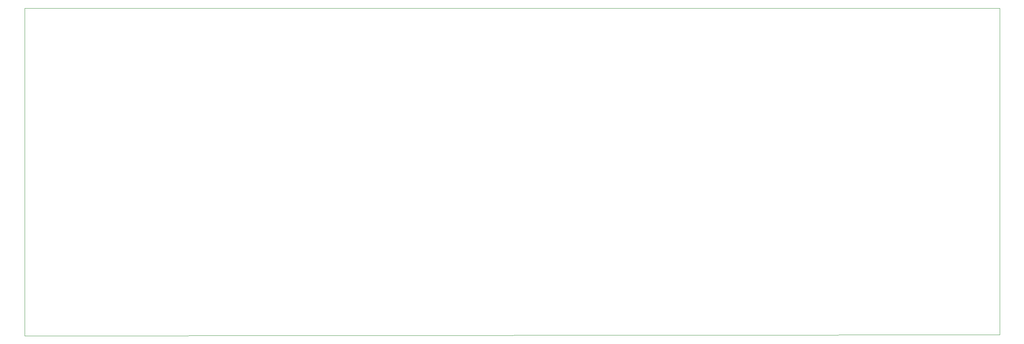
<source format=gm1>
G04 #@! TF.GenerationSoftware,KiCad,Pcbnew,(5.1.4)-1*
G04 #@! TF.CreationDate,2019-10-21T16:42:35-04:00*
G04 #@! TF.ProjectId,relay_ctrl_lab,72656c61-795f-4637-9472-6c5f6c61622e,rev?*
G04 #@! TF.SameCoordinates,Original*
G04 #@! TF.FileFunction,Profile,NP*
%FSLAX46Y46*%
G04 Gerber Fmt 4.6, Leading zero omitted, Abs format (unit mm)*
G04 Created by KiCad (PCBNEW (5.1.4)-1) date 2019-10-21 16:42:35*
%MOMM*%
%LPD*%
G04 APERTURE LIST*
%ADD10C,0.050000*%
G04 APERTURE END LIST*
D10*
X53086000Y-80772000D02*
X53086000Y-100838000D01*
X110744000Y-80772000D02*
X53086000Y-80772000D01*
X274066000Y-80772000D02*
X110744000Y-80772000D01*
X274066000Y-88646000D02*
X274066000Y-80772000D01*
X274066000Y-100838000D02*
X274066000Y-88646000D01*
X274066000Y-154940000D02*
X274066000Y-153162000D01*
X53086000Y-155194000D02*
X274066000Y-154940000D01*
X53086000Y-100838000D02*
X53086000Y-155194000D01*
X274066000Y-153162000D02*
X274066000Y-100838000D01*
M02*

</source>
